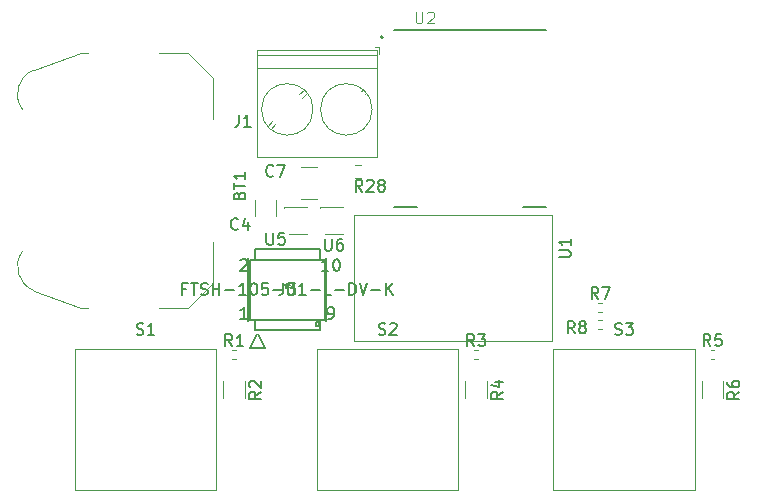
<source format=gbr>
%TF.GenerationSoftware,KiCad,Pcbnew,(5.1.9-0-10_14)*%
%TF.CreationDate,2021-07-01T16:44:21-07:00*%
%TF.ProjectId,vantroller_v5_switch,76616e74-726f-46c6-9c65-725f76355f73,rev?*%
%TF.SameCoordinates,Original*%
%TF.FileFunction,Legend,Top*%
%TF.FilePolarity,Positive*%
%FSLAX46Y46*%
G04 Gerber Fmt 4.6, Leading zero omitted, Abs format (unit mm)*
G04 Created by KiCad (PCBNEW (5.1.9-0-10_14)) date 2021-07-01 16:44:21*
%MOMM*%
%LPD*%
G01*
G04 APERTURE LIST*
%ADD10C,0.127000*%
%ADD11C,0.200000*%
%ADD12C,0.120000*%
%ADD13C,0.152400*%
%ADD14C,0.015000*%
%ADD15C,0.150000*%
G04 APERTURE END LIST*
D10*
%TO.C,U2*%
X64450000Y-114500000D02*
X62500000Y-114500000D01*
X51550000Y-114500000D02*
X53500000Y-114500000D01*
D11*
X50600000Y-100150000D02*
G75*
G03*
X50600000Y-100150000I-100000J0D01*
G01*
D10*
X51550000Y-99500000D02*
X64450000Y-99500000D01*
D12*
%TO.C,U6*%
X45250000Y-114500000D02*
X47200000Y-114500000D01*
X45250000Y-114500000D02*
X45250000Y-114600000D01*
X47200000Y-116800000D02*
X45700000Y-116800000D01*
%TO.C,U5*%
X42195001Y-114485001D02*
X44145001Y-114485001D01*
X42195001Y-114485001D02*
X42195001Y-114585001D01*
X44145001Y-116785001D02*
X42645001Y-116785001D01*
%TO.C,U1*%
X64900000Y-125880000D02*
X64900000Y-115230000D01*
X64900000Y-115220000D02*
X48140000Y-115220000D01*
X48140000Y-115220000D02*
X48140000Y-125880000D01*
X48140000Y-125880000D02*
X64900000Y-125880000D01*
%TO.C,S3*%
X65000000Y-126500000D02*
X65000000Y-138500000D01*
X77000000Y-126500000D02*
X77000000Y-138500000D01*
X65000000Y-138500000D02*
X77000000Y-138500000D01*
X65000000Y-126500000D02*
X77000000Y-126500000D01*
%TO.C,S2*%
X45000000Y-126500000D02*
X45000000Y-138500000D01*
X57000000Y-126500000D02*
X57000000Y-138500000D01*
X45000000Y-138500000D02*
X57000000Y-138500000D01*
X45000000Y-126500000D02*
X57000000Y-126500000D01*
%TO.C,S1*%
X24500000Y-126500000D02*
X24500000Y-138500000D01*
X36500000Y-126500000D02*
X36500000Y-138500000D01*
X24500000Y-138500000D02*
X36500000Y-138500000D01*
X24500000Y-126500000D02*
X36500000Y-126500000D01*
%TO.C,R28*%
X48737258Y-112022500D02*
X48262742Y-112022500D01*
X48737258Y-110977500D02*
X48262742Y-110977500D01*
%TO.C,R8*%
X68846359Y-124120000D02*
X69153641Y-124120000D01*
X68846359Y-124880000D02*
X69153641Y-124880000D01*
%TO.C,R7*%
X68846359Y-122620000D02*
X69153641Y-122620000D01*
X68846359Y-123380000D02*
X69153641Y-123380000D01*
%TO.C,R6*%
X79410000Y-129272936D02*
X79410000Y-130727064D01*
X77590000Y-129272936D02*
X77590000Y-130727064D01*
%TO.C,R5*%
X78346359Y-126620000D02*
X78653641Y-126620000D01*
X78346359Y-127380000D02*
X78653641Y-127380000D01*
%TO.C,R4*%
X59410000Y-129272936D02*
X59410000Y-130727064D01*
X57590000Y-129272936D02*
X57590000Y-130727064D01*
%TO.C,R3*%
X58346359Y-126620000D02*
X58653641Y-126620000D01*
X58346359Y-127380000D02*
X58653641Y-127380000D01*
%TO.C,R2*%
X38910000Y-129272936D02*
X38910000Y-130727064D01*
X37090000Y-129272936D02*
X37090000Y-130727064D01*
%TO.C,R1*%
X37846359Y-126620000D02*
X38153641Y-126620000D01*
X37846359Y-127380000D02*
X38153641Y-127380000D01*
D13*
%TO.C,J3*%
X39998100Y-125261740D02*
X40595000Y-126455540D01*
X40595000Y-126455540D02*
X39325000Y-126455540D01*
X39325000Y-126455540D02*
X39921900Y-125261740D01*
X45802000Y-124167000D02*
X45802000Y-118833000D01*
X39198000Y-118833000D02*
X39198000Y-124167000D01*
X44913000Y-124230500D02*
X44913000Y-124611500D01*
X44913000Y-124611500D02*
X45167000Y-124611500D01*
X45167000Y-124611500D02*
X45167000Y-124230500D01*
X45167000Y-124230500D02*
X44913000Y-124230500D01*
X39325000Y-118960000D02*
X39756800Y-118960000D01*
X39756800Y-118960000D02*
X39756800Y-118071000D01*
X39756800Y-118071000D02*
X45243200Y-118071000D01*
X45243200Y-118071000D02*
X45243200Y-118960000D01*
X45243200Y-118960000D02*
X45675000Y-118960000D01*
X45675000Y-124040000D02*
X45243200Y-124040000D01*
X45243200Y-124040000D02*
X45243200Y-124929000D01*
X45243200Y-124929000D02*
X39756800Y-124929000D01*
X39756800Y-124929000D02*
X39756800Y-124040000D01*
X39756800Y-124040000D02*
X39325000Y-124040000D01*
X39325000Y-124040000D02*
X39325000Y-118960000D01*
X39325000Y-118960000D02*
X45675000Y-118960000D01*
X45675000Y-118960000D02*
X45675000Y-124040000D01*
X45675000Y-124040000D02*
X39325000Y-124040000D01*
D12*
%TO.C,J1*%
X49680000Y-106250000D02*
G75*
G03*
X49680000Y-106250000I-2180000J0D01*
G01*
X44680000Y-106250000D02*
G75*
G03*
X44680000Y-106250000I-2180000J0D01*
G01*
X50060000Y-101650000D02*
X39940000Y-101650000D01*
X50060000Y-102750000D02*
X39940000Y-102750000D01*
X50060000Y-110310000D02*
X39940000Y-110310000D01*
X50060000Y-101190000D02*
X39940000Y-101190000D01*
X50060000Y-110310000D02*
X50060000Y-101190000D01*
X39940000Y-110310000D02*
X39940000Y-101190000D01*
X45846000Y-107638000D02*
X45953000Y-107531000D01*
X48782000Y-104703000D02*
X48888000Y-104596000D01*
X46112000Y-107904000D02*
X46219000Y-107797000D01*
X49048000Y-104969000D02*
X49154000Y-104862000D01*
X40846000Y-107638000D02*
X41241000Y-107242000D01*
X43507000Y-104976000D02*
X43887000Y-104596000D01*
X41112000Y-107904000D02*
X41492000Y-107524000D01*
X43758000Y-105258000D02*
X44153000Y-104862000D01*
X50300000Y-101590000D02*
X50300000Y-100950000D01*
X50300000Y-100950000D02*
X49900000Y-100950000D01*
%TO.C,C7*%
X45061252Y-113860000D02*
X43638748Y-113860000D01*
X45061252Y-111140000D02*
X43638748Y-111140000D01*
%TO.C,C4*%
X39740000Y-115311252D02*
X39740000Y-113888748D01*
X41560000Y-115311252D02*
X41560000Y-113888748D01*
%TO.C,BT1*%
X25020000Y-101470000D02*
X21070000Y-102910000D01*
X36190000Y-103550000D02*
X34110000Y-101470000D01*
X36190000Y-107050000D02*
X36190000Y-103550000D01*
X36190000Y-120950000D02*
X34110000Y-123030000D01*
X25020000Y-123030000D02*
X21070000Y-121590000D01*
X34110000Y-101470000D02*
X31650000Y-101470000D01*
X25650000Y-101470000D02*
X25020000Y-101470000D01*
X34110000Y-123030000D02*
X31650000Y-123030000D01*
X25650000Y-123030000D02*
X25020000Y-123030000D01*
X36190000Y-120950000D02*
X36190000Y-117450000D01*
X21061831Y-121575244D02*
G75*
G02*
X20100000Y-118250000I738169J2015244D01*
G01*
X20083470Y-106246646D02*
G75*
G02*
X21070000Y-102910000I1716530J1306646D01*
G01*
%TO.C,U2*%
D14*
X53363095Y-97967380D02*
X53363095Y-98776904D01*
X53410714Y-98872142D01*
X53458333Y-98919761D01*
X53553571Y-98967380D01*
X53744047Y-98967380D01*
X53839285Y-98919761D01*
X53886904Y-98872142D01*
X53934523Y-98776904D01*
X53934523Y-97967380D01*
X54363095Y-98062619D02*
X54410714Y-98015000D01*
X54505952Y-97967380D01*
X54744047Y-97967380D01*
X54839285Y-98015000D01*
X54886904Y-98062619D01*
X54934523Y-98157857D01*
X54934523Y-98253095D01*
X54886904Y-98395952D01*
X54315476Y-98967380D01*
X54934523Y-98967380D01*
%TO.C,U6*%
D15*
X45688095Y-117202380D02*
X45688095Y-118011904D01*
X45735714Y-118107142D01*
X45783333Y-118154761D01*
X45878571Y-118202380D01*
X46069047Y-118202380D01*
X46164285Y-118154761D01*
X46211904Y-118107142D01*
X46259523Y-118011904D01*
X46259523Y-117202380D01*
X47164285Y-117202380D02*
X46973809Y-117202380D01*
X46878571Y-117250000D01*
X46830952Y-117297619D01*
X46735714Y-117440476D01*
X46688095Y-117630952D01*
X46688095Y-118011904D01*
X46735714Y-118107142D01*
X46783333Y-118154761D01*
X46878571Y-118202380D01*
X47069047Y-118202380D01*
X47164285Y-118154761D01*
X47211904Y-118107142D01*
X47259523Y-118011904D01*
X47259523Y-117773809D01*
X47211904Y-117678571D01*
X47164285Y-117630952D01*
X47069047Y-117583333D01*
X46878571Y-117583333D01*
X46783333Y-117630952D01*
X46735714Y-117678571D01*
X46688095Y-117773809D01*
%TO.C,U5*%
X40738095Y-116702380D02*
X40738095Y-117511904D01*
X40785714Y-117607142D01*
X40833333Y-117654761D01*
X40928571Y-117702380D01*
X41119047Y-117702380D01*
X41214285Y-117654761D01*
X41261904Y-117607142D01*
X41309523Y-117511904D01*
X41309523Y-116702380D01*
X42261904Y-116702380D02*
X41785714Y-116702380D01*
X41738095Y-117178571D01*
X41785714Y-117130952D01*
X41880952Y-117083333D01*
X42119047Y-117083333D01*
X42214285Y-117130952D01*
X42261904Y-117178571D01*
X42309523Y-117273809D01*
X42309523Y-117511904D01*
X42261904Y-117607142D01*
X42214285Y-117654761D01*
X42119047Y-117702380D01*
X41880952Y-117702380D01*
X41785714Y-117654761D01*
X41738095Y-117607142D01*
%TO.C,U1*%
X65492380Y-118761904D02*
X66301904Y-118761904D01*
X66397142Y-118714285D01*
X66444761Y-118666666D01*
X66492380Y-118571428D01*
X66492380Y-118380952D01*
X66444761Y-118285714D01*
X66397142Y-118238095D01*
X66301904Y-118190476D01*
X65492380Y-118190476D01*
X66492380Y-117190476D02*
X66492380Y-117761904D01*
X66492380Y-117476190D02*
X65492380Y-117476190D01*
X65635238Y-117571428D01*
X65730476Y-117666666D01*
X65778095Y-117761904D01*
%TO.C,S3*%
X70238095Y-125284761D02*
X70380952Y-125332380D01*
X70619047Y-125332380D01*
X70714285Y-125284761D01*
X70761904Y-125237142D01*
X70809523Y-125141904D01*
X70809523Y-125046666D01*
X70761904Y-124951428D01*
X70714285Y-124903809D01*
X70619047Y-124856190D01*
X70428571Y-124808571D01*
X70333333Y-124760952D01*
X70285714Y-124713333D01*
X70238095Y-124618095D01*
X70238095Y-124522857D01*
X70285714Y-124427619D01*
X70333333Y-124380000D01*
X70428571Y-124332380D01*
X70666666Y-124332380D01*
X70809523Y-124380000D01*
X71142857Y-124332380D02*
X71761904Y-124332380D01*
X71428571Y-124713333D01*
X71571428Y-124713333D01*
X71666666Y-124760952D01*
X71714285Y-124808571D01*
X71761904Y-124903809D01*
X71761904Y-125141904D01*
X71714285Y-125237142D01*
X71666666Y-125284761D01*
X71571428Y-125332380D01*
X71285714Y-125332380D01*
X71190476Y-125284761D01*
X71142857Y-125237142D01*
%TO.C,S2*%
X50238095Y-125284761D02*
X50380952Y-125332380D01*
X50619047Y-125332380D01*
X50714285Y-125284761D01*
X50761904Y-125237142D01*
X50809523Y-125141904D01*
X50809523Y-125046666D01*
X50761904Y-124951428D01*
X50714285Y-124903809D01*
X50619047Y-124856190D01*
X50428571Y-124808571D01*
X50333333Y-124760952D01*
X50285714Y-124713333D01*
X50238095Y-124618095D01*
X50238095Y-124522857D01*
X50285714Y-124427619D01*
X50333333Y-124380000D01*
X50428571Y-124332380D01*
X50666666Y-124332380D01*
X50809523Y-124380000D01*
X51190476Y-124427619D02*
X51238095Y-124380000D01*
X51333333Y-124332380D01*
X51571428Y-124332380D01*
X51666666Y-124380000D01*
X51714285Y-124427619D01*
X51761904Y-124522857D01*
X51761904Y-124618095D01*
X51714285Y-124760952D01*
X51142857Y-125332380D01*
X51761904Y-125332380D01*
%TO.C,S1*%
X29738095Y-125284761D02*
X29880952Y-125332380D01*
X30119047Y-125332380D01*
X30214285Y-125284761D01*
X30261904Y-125237142D01*
X30309523Y-125141904D01*
X30309523Y-125046666D01*
X30261904Y-124951428D01*
X30214285Y-124903809D01*
X30119047Y-124856190D01*
X29928571Y-124808571D01*
X29833333Y-124760952D01*
X29785714Y-124713333D01*
X29738095Y-124618095D01*
X29738095Y-124522857D01*
X29785714Y-124427619D01*
X29833333Y-124380000D01*
X29928571Y-124332380D01*
X30166666Y-124332380D01*
X30309523Y-124380000D01*
X31261904Y-125332380D02*
X30690476Y-125332380D01*
X30976190Y-125332380D02*
X30976190Y-124332380D01*
X30880952Y-124475238D01*
X30785714Y-124570476D01*
X30690476Y-124618095D01*
%TO.C,R28*%
X48857142Y-113202380D02*
X48523809Y-112726190D01*
X48285714Y-113202380D02*
X48285714Y-112202380D01*
X48666666Y-112202380D01*
X48761904Y-112250000D01*
X48809523Y-112297619D01*
X48857142Y-112392857D01*
X48857142Y-112535714D01*
X48809523Y-112630952D01*
X48761904Y-112678571D01*
X48666666Y-112726190D01*
X48285714Y-112726190D01*
X49238095Y-112297619D02*
X49285714Y-112250000D01*
X49380952Y-112202380D01*
X49619047Y-112202380D01*
X49714285Y-112250000D01*
X49761904Y-112297619D01*
X49809523Y-112392857D01*
X49809523Y-112488095D01*
X49761904Y-112630952D01*
X49190476Y-113202380D01*
X49809523Y-113202380D01*
X50380952Y-112630952D02*
X50285714Y-112583333D01*
X50238095Y-112535714D01*
X50190476Y-112440476D01*
X50190476Y-112392857D01*
X50238095Y-112297619D01*
X50285714Y-112250000D01*
X50380952Y-112202380D01*
X50571428Y-112202380D01*
X50666666Y-112250000D01*
X50714285Y-112297619D01*
X50761904Y-112392857D01*
X50761904Y-112440476D01*
X50714285Y-112535714D01*
X50666666Y-112583333D01*
X50571428Y-112630952D01*
X50380952Y-112630952D01*
X50285714Y-112678571D01*
X50238095Y-112726190D01*
X50190476Y-112821428D01*
X50190476Y-113011904D01*
X50238095Y-113107142D01*
X50285714Y-113154761D01*
X50380952Y-113202380D01*
X50571428Y-113202380D01*
X50666666Y-113154761D01*
X50714285Y-113107142D01*
X50761904Y-113011904D01*
X50761904Y-112821428D01*
X50714285Y-112726190D01*
X50666666Y-112678571D01*
X50571428Y-112630952D01*
%TO.C,R8*%
X66833333Y-125202380D02*
X66500000Y-124726190D01*
X66261904Y-125202380D02*
X66261904Y-124202380D01*
X66642857Y-124202380D01*
X66738095Y-124250000D01*
X66785714Y-124297619D01*
X66833333Y-124392857D01*
X66833333Y-124535714D01*
X66785714Y-124630952D01*
X66738095Y-124678571D01*
X66642857Y-124726190D01*
X66261904Y-124726190D01*
X67404761Y-124630952D02*
X67309523Y-124583333D01*
X67261904Y-124535714D01*
X67214285Y-124440476D01*
X67214285Y-124392857D01*
X67261904Y-124297619D01*
X67309523Y-124250000D01*
X67404761Y-124202380D01*
X67595238Y-124202380D01*
X67690476Y-124250000D01*
X67738095Y-124297619D01*
X67785714Y-124392857D01*
X67785714Y-124440476D01*
X67738095Y-124535714D01*
X67690476Y-124583333D01*
X67595238Y-124630952D01*
X67404761Y-124630952D01*
X67309523Y-124678571D01*
X67261904Y-124726190D01*
X67214285Y-124821428D01*
X67214285Y-125011904D01*
X67261904Y-125107142D01*
X67309523Y-125154761D01*
X67404761Y-125202380D01*
X67595238Y-125202380D01*
X67690476Y-125154761D01*
X67738095Y-125107142D01*
X67785714Y-125011904D01*
X67785714Y-124821428D01*
X67738095Y-124726190D01*
X67690476Y-124678571D01*
X67595238Y-124630952D01*
%TO.C,R7*%
X68833333Y-122282380D02*
X68500000Y-121806190D01*
X68261904Y-122282380D02*
X68261904Y-121282380D01*
X68642857Y-121282380D01*
X68738095Y-121330000D01*
X68785714Y-121377619D01*
X68833333Y-121472857D01*
X68833333Y-121615714D01*
X68785714Y-121710952D01*
X68738095Y-121758571D01*
X68642857Y-121806190D01*
X68261904Y-121806190D01*
X69166666Y-121282380D02*
X69833333Y-121282380D01*
X69404761Y-122282380D01*
%TO.C,R6*%
X80772380Y-130166666D02*
X80296190Y-130500000D01*
X80772380Y-130738095D02*
X79772380Y-130738095D01*
X79772380Y-130357142D01*
X79820000Y-130261904D01*
X79867619Y-130214285D01*
X79962857Y-130166666D01*
X80105714Y-130166666D01*
X80200952Y-130214285D01*
X80248571Y-130261904D01*
X80296190Y-130357142D01*
X80296190Y-130738095D01*
X79772380Y-129309523D02*
X79772380Y-129500000D01*
X79820000Y-129595238D01*
X79867619Y-129642857D01*
X80010476Y-129738095D01*
X80200952Y-129785714D01*
X80581904Y-129785714D01*
X80677142Y-129738095D01*
X80724761Y-129690476D01*
X80772380Y-129595238D01*
X80772380Y-129404761D01*
X80724761Y-129309523D01*
X80677142Y-129261904D01*
X80581904Y-129214285D01*
X80343809Y-129214285D01*
X80248571Y-129261904D01*
X80200952Y-129309523D01*
X80153333Y-129404761D01*
X80153333Y-129595238D01*
X80200952Y-129690476D01*
X80248571Y-129738095D01*
X80343809Y-129785714D01*
%TO.C,R5*%
X78333333Y-126282380D02*
X78000000Y-125806190D01*
X77761904Y-126282380D02*
X77761904Y-125282380D01*
X78142857Y-125282380D01*
X78238095Y-125330000D01*
X78285714Y-125377619D01*
X78333333Y-125472857D01*
X78333333Y-125615714D01*
X78285714Y-125710952D01*
X78238095Y-125758571D01*
X78142857Y-125806190D01*
X77761904Y-125806190D01*
X79238095Y-125282380D02*
X78761904Y-125282380D01*
X78714285Y-125758571D01*
X78761904Y-125710952D01*
X78857142Y-125663333D01*
X79095238Y-125663333D01*
X79190476Y-125710952D01*
X79238095Y-125758571D01*
X79285714Y-125853809D01*
X79285714Y-126091904D01*
X79238095Y-126187142D01*
X79190476Y-126234761D01*
X79095238Y-126282380D01*
X78857142Y-126282380D01*
X78761904Y-126234761D01*
X78714285Y-126187142D01*
%TO.C,R4*%
X60772380Y-130166666D02*
X60296190Y-130500000D01*
X60772380Y-130738095D02*
X59772380Y-130738095D01*
X59772380Y-130357142D01*
X59820000Y-130261904D01*
X59867619Y-130214285D01*
X59962857Y-130166666D01*
X60105714Y-130166666D01*
X60200952Y-130214285D01*
X60248571Y-130261904D01*
X60296190Y-130357142D01*
X60296190Y-130738095D01*
X60105714Y-129309523D02*
X60772380Y-129309523D01*
X59724761Y-129547619D02*
X60439047Y-129785714D01*
X60439047Y-129166666D01*
%TO.C,R3*%
X58333333Y-126282380D02*
X58000000Y-125806190D01*
X57761904Y-126282380D02*
X57761904Y-125282380D01*
X58142857Y-125282380D01*
X58238095Y-125330000D01*
X58285714Y-125377619D01*
X58333333Y-125472857D01*
X58333333Y-125615714D01*
X58285714Y-125710952D01*
X58238095Y-125758571D01*
X58142857Y-125806190D01*
X57761904Y-125806190D01*
X58666666Y-125282380D02*
X59285714Y-125282380D01*
X58952380Y-125663333D01*
X59095238Y-125663333D01*
X59190476Y-125710952D01*
X59238095Y-125758571D01*
X59285714Y-125853809D01*
X59285714Y-126091904D01*
X59238095Y-126187142D01*
X59190476Y-126234761D01*
X59095238Y-126282380D01*
X58809523Y-126282380D01*
X58714285Y-126234761D01*
X58666666Y-126187142D01*
%TO.C,R2*%
X40272380Y-130166666D02*
X39796190Y-130500000D01*
X40272380Y-130738095D02*
X39272380Y-130738095D01*
X39272380Y-130357142D01*
X39320000Y-130261904D01*
X39367619Y-130214285D01*
X39462857Y-130166666D01*
X39605714Y-130166666D01*
X39700952Y-130214285D01*
X39748571Y-130261904D01*
X39796190Y-130357142D01*
X39796190Y-130738095D01*
X39367619Y-129785714D02*
X39320000Y-129738095D01*
X39272380Y-129642857D01*
X39272380Y-129404761D01*
X39320000Y-129309523D01*
X39367619Y-129261904D01*
X39462857Y-129214285D01*
X39558095Y-129214285D01*
X39700952Y-129261904D01*
X40272380Y-129833333D01*
X40272380Y-129214285D01*
%TO.C,R1*%
X37833333Y-126282380D02*
X37500000Y-125806190D01*
X37261904Y-126282380D02*
X37261904Y-125282380D01*
X37642857Y-125282380D01*
X37738095Y-125330000D01*
X37785714Y-125377619D01*
X37833333Y-125472857D01*
X37833333Y-125615714D01*
X37785714Y-125710952D01*
X37738095Y-125758571D01*
X37642857Y-125806190D01*
X37261904Y-125806190D01*
X38785714Y-126282380D02*
X38214285Y-126282380D01*
X38500000Y-126282380D02*
X38500000Y-125282380D01*
X38404761Y-125425238D01*
X38309523Y-125520476D01*
X38214285Y-125568095D01*
%TO.C,J3*%
X42166666Y-120952380D02*
X42166666Y-121666666D01*
X42119047Y-121809523D01*
X42023809Y-121904761D01*
X41880952Y-121952380D01*
X41785714Y-121952380D01*
X42547619Y-120952380D02*
X43166666Y-120952380D01*
X42833333Y-121333333D01*
X42976190Y-121333333D01*
X43071428Y-121380952D01*
X43119047Y-121428571D01*
X43166666Y-121523809D01*
X43166666Y-121761904D01*
X43119047Y-121857142D01*
X43071428Y-121904761D01*
X42976190Y-121952380D01*
X42690476Y-121952380D01*
X42595238Y-121904761D01*
X42547619Y-121857142D01*
X33952380Y-121428571D02*
X33619047Y-121428571D01*
X33619047Y-121952380D02*
X33619047Y-120952380D01*
X34095238Y-120952380D01*
X34333333Y-120952380D02*
X34904761Y-120952380D01*
X34619047Y-121952380D02*
X34619047Y-120952380D01*
X35190476Y-121904761D02*
X35333333Y-121952380D01*
X35571428Y-121952380D01*
X35666666Y-121904761D01*
X35714285Y-121857142D01*
X35761904Y-121761904D01*
X35761904Y-121666666D01*
X35714285Y-121571428D01*
X35666666Y-121523809D01*
X35571428Y-121476190D01*
X35380952Y-121428571D01*
X35285714Y-121380952D01*
X35238095Y-121333333D01*
X35190476Y-121238095D01*
X35190476Y-121142857D01*
X35238095Y-121047619D01*
X35285714Y-121000000D01*
X35380952Y-120952380D01*
X35619047Y-120952380D01*
X35761904Y-121000000D01*
X36190476Y-121952380D02*
X36190476Y-120952380D01*
X36190476Y-121428571D02*
X36761904Y-121428571D01*
X36761904Y-121952380D02*
X36761904Y-120952380D01*
X37238095Y-121571428D02*
X38000000Y-121571428D01*
X39000000Y-121952380D02*
X38428571Y-121952380D01*
X38714285Y-121952380D02*
X38714285Y-120952380D01*
X38619047Y-121095238D01*
X38523809Y-121190476D01*
X38428571Y-121238095D01*
X39619047Y-120952380D02*
X39714285Y-120952380D01*
X39809523Y-121000000D01*
X39857142Y-121047619D01*
X39904761Y-121142857D01*
X39952380Y-121333333D01*
X39952380Y-121571428D01*
X39904761Y-121761904D01*
X39857142Y-121857142D01*
X39809523Y-121904761D01*
X39714285Y-121952380D01*
X39619047Y-121952380D01*
X39523809Y-121904761D01*
X39476190Y-121857142D01*
X39428571Y-121761904D01*
X39380952Y-121571428D01*
X39380952Y-121333333D01*
X39428571Y-121142857D01*
X39476190Y-121047619D01*
X39523809Y-121000000D01*
X39619047Y-120952380D01*
X40857142Y-120952380D02*
X40380952Y-120952380D01*
X40333333Y-121428571D01*
X40380952Y-121380952D01*
X40476190Y-121333333D01*
X40714285Y-121333333D01*
X40809523Y-121380952D01*
X40857142Y-121428571D01*
X40904761Y-121523809D01*
X40904761Y-121761904D01*
X40857142Y-121857142D01*
X40809523Y-121904761D01*
X40714285Y-121952380D01*
X40476190Y-121952380D01*
X40380952Y-121904761D01*
X40333333Y-121857142D01*
X41333333Y-121571428D02*
X42095238Y-121571428D01*
X42761904Y-120952380D02*
X42857142Y-120952380D01*
X42952380Y-121000000D01*
X43000000Y-121047619D01*
X43047619Y-121142857D01*
X43095238Y-121333333D01*
X43095238Y-121571428D01*
X43047619Y-121761904D01*
X43000000Y-121857142D01*
X42952380Y-121904761D01*
X42857142Y-121952380D01*
X42761904Y-121952380D01*
X42666666Y-121904761D01*
X42619047Y-121857142D01*
X42571428Y-121761904D01*
X42523809Y-121571428D01*
X42523809Y-121333333D01*
X42571428Y-121142857D01*
X42619047Y-121047619D01*
X42666666Y-121000000D01*
X42761904Y-120952380D01*
X44047619Y-121952380D02*
X43476190Y-121952380D01*
X43761904Y-121952380D02*
X43761904Y-120952380D01*
X43666666Y-121095238D01*
X43571428Y-121190476D01*
X43476190Y-121238095D01*
X44476190Y-121571428D02*
X45238095Y-121571428D01*
X46190476Y-121952380D02*
X45714285Y-121952380D01*
X45714285Y-120952380D01*
X46523809Y-121571428D02*
X47285714Y-121571428D01*
X47761904Y-121952380D02*
X47761904Y-120952380D01*
X48000000Y-120952380D01*
X48142857Y-121000000D01*
X48238095Y-121095238D01*
X48285714Y-121190476D01*
X48333333Y-121380952D01*
X48333333Y-121523809D01*
X48285714Y-121714285D01*
X48238095Y-121809523D01*
X48142857Y-121904761D01*
X48000000Y-121952380D01*
X47761904Y-121952380D01*
X48619047Y-120952380D02*
X48952380Y-121952380D01*
X49285714Y-120952380D01*
X49619047Y-121571428D02*
X50380952Y-121571428D01*
X50857142Y-121952380D02*
X50857142Y-120952380D01*
X51428571Y-121952380D02*
X51000000Y-121380952D01*
X51428571Y-120952380D02*
X50857142Y-121523809D01*
X42500000Y-120952380D02*
X42500000Y-121190476D01*
X42261904Y-121095238D02*
X42500000Y-121190476D01*
X42738095Y-121095238D01*
X42357142Y-121380952D02*
X42500000Y-121190476D01*
X42642857Y-121380952D01*
X38531285Y-119015619D02*
X38578904Y-118968000D01*
X38674142Y-118920380D01*
X38912238Y-118920380D01*
X39007476Y-118968000D01*
X39055095Y-119015619D01*
X39102714Y-119110857D01*
X39102714Y-119206095D01*
X39055095Y-119348952D01*
X38483666Y-119920380D01*
X39102714Y-119920380D01*
X39102714Y-123984380D02*
X38531285Y-123984380D01*
X38817000Y-123984380D02*
X38817000Y-122984380D01*
X38721761Y-123127238D01*
X38626523Y-123222476D01*
X38531285Y-123270095D01*
X45992523Y-119920380D02*
X45421095Y-119920380D01*
X45706809Y-119920380D02*
X45706809Y-118920380D01*
X45611571Y-119063238D01*
X45516333Y-119158476D01*
X45421095Y-119206095D01*
X46611571Y-118920380D02*
X46706809Y-118920380D01*
X46802047Y-118968000D01*
X46849666Y-119015619D01*
X46897285Y-119110857D01*
X46944904Y-119301333D01*
X46944904Y-119539428D01*
X46897285Y-119729904D01*
X46849666Y-119825142D01*
X46802047Y-119872761D01*
X46706809Y-119920380D01*
X46611571Y-119920380D01*
X46516333Y-119872761D01*
X46468714Y-119825142D01*
X46421095Y-119729904D01*
X46373476Y-119539428D01*
X46373476Y-119301333D01*
X46421095Y-119110857D01*
X46468714Y-119015619D01*
X46516333Y-118968000D01*
X46611571Y-118920380D01*
X45992523Y-123984380D02*
X46183000Y-123984380D01*
X46278238Y-123936761D01*
X46325857Y-123889142D01*
X46421095Y-123746285D01*
X46468714Y-123555809D01*
X46468714Y-123174857D01*
X46421095Y-123079619D01*
X46373476Y-123032000D01*
X46278238Y-122984380D01*
X46087761Y-122984380D01*
X45992523Y-123032000D01*
X45944904Y-123079619D01*
X45897285Y-123174857D01*
X45897285Y-123412952D01*
X45944904Y-123508190D01*
X45992523Y-123555809D01*
X46087761Y-123603428D01*
X46278238Y-123603428D01*
X46373476Y-123555809D01*
X46421095Y-123508190D01*
X46468714Y-123412952D01*
%TO.C,J1*%
X38416666Y-106702380D02*
X38416666Y-107416666D01*
X38369047Y-107559523D01*
X38273809Y-107654761D01*
X38130952Y-107702380D01*
X38035714Y-107702380D01*
X39416666Y-107702380D02*
X38845238Y-107702380D01*
X39130952Y-107702380D02*
X39130952Y-106702380D01*
X39035714Y-106845238D01*
X38940476Y-106940476D01*
X38845238Y-106988095D01*
%TO.C,C7*%
X41333333Y-111857142D02*
X41285714Y-111904761D01*
X41142857Y-111952380D01*
X41047619Y-111952380D01*
X40904761Y-111904761D01*
X40809523Y-111809523D01*
X40761904Y-111714285D01*
X40714285Y-111523809D01*
X40714285Y-111380952D01*
X40761904Y-111190476D01*
X40809523Y-111095238D01*
X40904761Y-111000000D01*
X41047619Y-110952380D01*
X41142857Y-110952380D01*
X41285714Y-111000000D01*
X41333333Y-111047619D01*
X41666666Y-110952380D02*
X42333333Y-110952380D01*
X41904761Y-111952380D01*
%TO.C,C4*%
X38333333Y-116357142D02*
X38285714Y-116404761D01*
X38142857Y-116452380D01*
X38047619Y-116452380D01*
X37904761Y-116404761D01*
X37809523Y-116309523D01*
X37761904Y-116214285D01*
X37714285Y-116023809D01*
X37714285Y-115880952D01*
X37761904Y-115690476D01*
X37809523Y-115595238D01*
X37904761Y-115500000D01*
X38047619Y-115452380D01*
X38142857Y-115452380D01*
X38285714Y-115500000D01*
X38333333Y-115547619D01*
X39190476Y-115785714D02*
X39190476Y-116452380D01*
X38952380Y-115404761D02*
X38714285Y-116119047D01*
X39333333Y-116119047D01*
%TO.C,BT1*%
X38428571Y-113535714D02*
X38476190Y-113392857D01*
X38523809Y-113345238D01*
X38619047Y-113297619D01*
X38761904Y-113297619D01*
X38857142Y-113345238D01*
X38904761Y-113392857D01*
X38952380Y-113488095D01*
X38952380Y-113869047D01*
X37952380Y-113869047D01*
X37952380Y-113535714D01*
X38000000Y-113440476D01*
X38047619Y-113392857D01*
X38142857Y-113345238D01*
X38238095Y-113345238D01*
X38333333Y-113392857D01*
X38380952Y-113440476D01*
X38428571Y-113535714D01*
X38428571Y-113869047D01*
X37952380Y-113011904D02*
X37952380Y-112440476D01*
X38952380Y-112726190D02*
X37952380Y-112726190D01*
X38952380Y-111583333D02*
X38952380Y-112154761D01*
X38952380Y-111869047D02*
X37952380Y-111869047D01*
X38095238Y-111964285D01*
X38190476Y-112059523D01*
X38238095Y-112154761D01*
%TD*%
M02*

</source>
